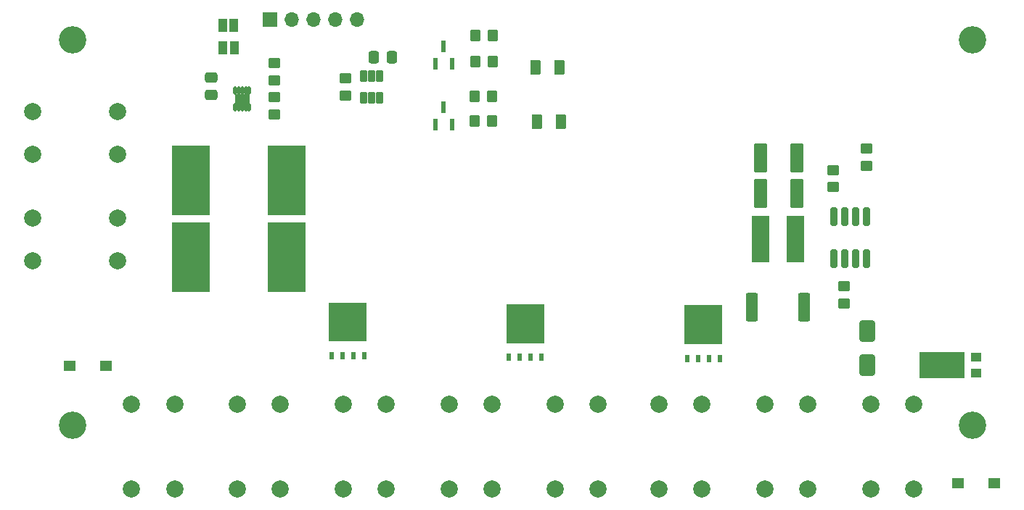
<source format=gbr>
%TF.GenerationSoftware,KiCad,Pcbnew,7.0.2-0*%
%TF.CreationDate,2024-06-30T17:20:26-07:00*%
%TF.ProjectId,Robosub_Power,526f626f-7375-4625-9f50-6f7765722e6b,rev?*%
%TF.SameCoordinates,Original*%
%TF.FileFunction,Soldermask,Top*%
%TF.FilePolarity,Negative*%
%FSLAX46Y46*%
G04 Gerber Fmt 4.6, Leading zero omitted, Abs format (unit mm)*
G04 Created by KiCad (PCBNEW 7.0.2-0) date 2024-06-30 17:20:26*
%MOMM*%
%LPD*%
G01*
G04 APERTURE LIST*
G04 Aperture macros list*
%AMRoundRect*
0 Rectangle with rounded corners*
0 $1 Rounding radius*
0 $2 $3 $4 $5 $6 $7 $8 $9 X,Y pos of 4 corners*
0 Add a 4 corners polygon primitive as box body*
4,1,4,$2,$3,$4,$5,$6,$7,$8,$9,$2,$3,0*
0 Add four circle primitives for the rounded corners*
1,1,$1+$1,$2,$3*
1,1,$1+$1,$4,$5*
1,1,$1+$1,$6,$7*
1,1,$1+$1,$8,$9*
0 Add four rect primitives between the rounded corners*
20,1,$1+$1,$2,$3,$4,$5,0*
20,1,$1+$1,$4,$5,$6,$7,0*
20,1,$1+$1,$6,$7,$8,$9,0*
20,1,$1+$1,$8,$9,$2,$3,0*%
G04 Aperture macros list end*
%ADD10C,2.004000*%
%ADD11RoundRect,0.250000X0.375000X0.625000X-0.375000X0.625000X-0.375000X-0.625000X0.375000X-0.625000X0*%
%ADD12R,1.000000X1.500000*%
%ADD13RoundRect,0.102000X0.110000X-0.380000X0.110000X0.380000X-0.110000X0.380000X-0.110000X-0.380000X0*%
%ADD14RoundRect,0.102000X0.750000X-0.450000X0.750000X0.450000X-0.750000X0.450000X-0.750000X-0.450000X0*%
%ADD15R,0.499999X0.850011*%
%ADD16R,0.599999X0.799998*%
%ADD17RoundRect,0.381000X0.381000X-0.762000X0.381000X0.762000X-0.381000X0.762000X-0.381000X-0.762000X0*%
%ADD18RoundRect,0.250000X-0.450000X0.350000X-0.450000X-0.350000X0.450000X-0.350000X0.450000X0.350000X0*%
%ADD19R,2.057400X5.511800*%
%ADD20R,0.558800X1.320800*%
%ADD21RoundRect,0.250000X0.350000X0.450000X-0.350000X0.450000X-0.350000X-0.450000X0.350000X-0.450000X0*%
%ADD22RoundRect,0.250000X-0.537500X-1.450000X0.537500X-1.450000X0.537500X1.450000X-0.537500X1.450000X0*%
%ADD23RoundRect,0.144000X-0.258000X0.943000X-0.258000X-0.943000X0.258000X-0.943000X0.258000X0.943000X0*%
%ADD24RoundRect,0.250000X-0.650000X1.000000X-0.650000X-1.000000X0.650000X-1.000000X0.650000X1.000000X0*%
%ADD25RoundRect,0.142600X0.249400X-0.564400X0.249400X0.564400X-0.249400X0.564400X-0.249400X-0.564400X0*%
%ADD26C,3.200000*%
%ADD27RoundRect,0.250000X0.450000X-0.350000X0.450000X0.350000X-0.450000X0.350000X-0.450000X-0.350000X0*%
%ADD28RoundRect,0.249999X-0.450001X-1.425001X0.450001X-1.425001X0.450001X1.425001X-0.450001X1.425001X0*%
%ADD29R,1.397000X1.219200*%
%ADD30RoundRect,0.250000X-0.337500X-0.475000X0.337500X-0.475000X0.337500X0.475000X-0.337500X0.475000X0*%
%ADD31R,4.445000X8.128000*%
%ADD32R,1.700000X1.700000*%
%ADD33O,1.700000X1.700000*%
%ADD34R,1.143000X0.990600*%
%ADD35R,5.207000X3.098800*%
%ADD36RoundRect,0.250000X-0.475000X0.337500X-0.475000X-0.337500X0.475000X-0.337500X0.475000X0.337500X0*%
G04 APERTURE END LIST*
%TO.C,U4*%
G36*
X244810001Y-173250001D02*
G01*
X240400001Y-173250001D01*
X240400001Y-168700001D01*
X244809999Y-168700001D01*
X244810001Y-173250001D01*
G37*
%TO.C,U6*%
G36*
X286300001Y-173550001D02*
G01*
X281890001Y-173550001D01*
X281890001Y-169000001D01*
X286299999Y-169000001D01*
X286300001Y-173550001D01*
G37*
%TO.C,U5*%
G36*
X265505001Y-173425500D02*
G01*
X261095001Y-173425500D01*
X261095001Y-168875500D01*
X265504999Y-168875500D01*
X265505001Y-173425500D01*
G37*
%TD*%
D10*
%TO.C,J6*%
X271800000Y-190517500D03*
X271800000Y-180617500D03*
X266800000Y-190517500D03*
X266800000Y-180617500D03*
%TD*%
D11*
%TO.C,D3*%
X267500000Y-147600000D03*
X264700000Y-147600000D03*
%TD*%
D10*
%TO.C,J2*%
X205882500Y-151400000D03*
X215782500Y-151400000D03*
X205882500Y-146400000D03*
X215782500Y-146400000D03*
%TD*%
D12*
%TO.C,JP5*%
X228000000Y-136300000D03*
X229300000Y-136300000D03*
%TD*%
D10*
%TO.C,J8*%
X247100000Y-190517500D03*
X247100000Y-180617500D03*
X242100000Y-190517500D03*
X242100000Y-180617500D03*
%TD*%
D13*
%TO.C,U1*%
X229500000Y-145900000D03*
X229900000Y-145900000D03*
X230300000Y-145900000D03*
X230700000Y-145900000D03*
X231100000Y-145900000D03*
X231100000Y-143930000D03*
X230700000Y-143930000D03*
X230300000Y-143930000D03*
X229900000Y-143930000D03*
X229500000Y-143930000D03*
D14*
X230300000Y-144915000D03*
%TD*%
D11*
%TO.C,D2*%
X267300000Y-141200000D03*
X264500000Y-141200000D03*
%TD*%
D10*
%TO.C,J9*%
X234750000Y-190517500D03*
X234750000Y-180617500D03*
X229750000Y-190517500D03*
X229750000Y-180617500D03*
%TD*%
D15*
%TO.C,U4*%
X240700000Y-174924002D03*
X241970000Y-174924002D03*
X243240000Y-174924002D03*
X244510000Y-174924002D03*
D16*
X244510000Y-169100000D03*
X243240000Y-169100000D03*
X241970000Y-169100000D03*
X240700000Y-169100000D03*
D17*
X241182600Y-172075301D03*
X244027400Y-172075301D03*
%TD*%
D18*
%TO.C,R6*%
X300500000Y-166800000D03*
X300500000Y-168800000D03*
%TD*%
D19*
%TO.C,L1*%
X294819300Y-161300000D03*
X290780700Y-161300000D03*
%TD*%
D10*
%TO.C,J5*%
X283900000Y-190517500D03*
X283900000Y-180617500D03*
X278900000Y-190517500D03*
X278900000Y-180617500D03*
%TD*%
D20*
%TO.C,U7*%
X252847500Y-140816000D03*
X254752500Y-140816000D03*
X253800000Y-138784000D03*
%TD*%
D21*
%TO.C,R11*%
X259400000Y-147500000D03*
X257400000Y-147500000D03*
%TD*%
D22*
%TO.C,C3*%
X290762500Y-155900000D03*
X295037500Y-155900000D03*
%TD*%
D23*
%TO.C,U3*%
X303105000Y-158625000D03*
X301835000Y-158625000D03*
X300565000Y-158625000D03*
X299295000Y-158625000D03*
X299295000Y-163575000D03*
X300565000Y-163575000D03*
X301835000Y-163575000D03*
X303105000Y-163575000D03*
%TD*%
D21*
%TO.C,R7*%
X259500000Y-137500000D03*
X257500000Y-137500000D03*
%TD*%
D24*
%TO.C,D1*%
X303200000Y-172000000D03*
X303200000Y-176000000D03*
%TD*%
D25*
%TO.C,U2*%
X244450000Y-144755000D03*
X245400000Y-144755000D03*
X246350000Y-144755000D03*
X246350000Y-142245000D03*
X245400000Y-142245000D03*
X244450000Y-142245000D03*
%TD*%
D26*
%TO.C,H3*%
X315500000Y-183000000D03*
%TD*%
D10*
%TO.C,J1*%
X205882500Y-163800000D03*
X215782500Y-163800000D03*
X205882500Y-158800000D03*
X215782500Y-158800000D03*
%TD*%
D26*
%TO.C,H2*%
X315500000Y-138000000D03*
%TD*%
D27*
%TO.C,R2*%
X234000000Y-146700000D03*
X234000000Y-144700000D03*
%TD*%
D15*
%TO.C,U6*%
X282190000Y-175224002D03*
X283460000Y-175224002D03*
X284730000Y-175224002D03*
X286000000Y-175224002D03*
D16*
X286000000Y-169400000D03*
X284730000Y-169400000D03*
X283460000Y-169400000D03*
X282190000Y-169400000D03*
D17*
X282672600Y-172375301D03*
X285517400Y-172375301D03*
%TD*%
D28*
%TO.C,R9*%
X289750000Y-169200000D03*
X295850000Y-169200000D03*
%TD*%
D29*
%TO.C,C5*%
X313791800Y-189800000D03*
X318008200Y-189800000D03*
%TD*%
D12*
%TO.C,JP4*%
X229350000Y-138900000D03*
X228050000Y-138900000D03*
%TD*%
D30*
%TO.C,C2*%
X245662500Y-140000000D03*
X247737500Y-140000000D03*
%TD*%
D31*
%TO.C,WSLP59312L000FEA_2*%
X235513400Y-154400000D03*
X224286600Y-154400000D03*
%TD*%
D26*
%TO.C,H4*%
X210500000Y-183000000D03*
%TD*%
D15*
%TO.C,U5*%
X261395000Y-175099501D03*
X262665000Y-175099501D03*
X263935000Y-175099501D03*
X265205000Y-175099501D03*
D16*
X265205000Y-169275499D03*
X263935000Y-169275499D03*
X262665000Y-169275499D03*
X261395000Y-169275499D03*
D17*
X261877600Y-172250800D03*
X264722400Y-172250800D03*
%TD*%
D10*
%TO.C,J7*%
X259450000Y-190517500D03*
X259450000Y-180617500D03*
X254450000Y-190517500D03*
X254450000Y-180617500D03*
%TD*%
D21*
%TO.C,R10*%
X259500000Y-140500000D03*
X257500000Y-140500000D03*
%TD*%
%TO.C,R8*%
X259400000Y-144600000D03*
X257400000Y-144600000D03*
%TD*%
D32*
%TO.C,J11*%
X233500000Y-135600000D03*
D33*
X236040000Y-135600000D03*
X238580000Y-135600000D03*
X241120000Y-135600000D03*
X243660000Y-135600000D03*
%TD*%
D34*
%TO.C,CR1*%
X315900000Y-176940002D03*
X315900000Y-175100000D03*
D35*
X311912200Y-176020001D03*
%TD*%
D18*
%TO.C,R3*%
X242300000Y-142500000D03*
X242300000Y-144500000D03*
%TD*%
D10*
%TO.C,J3*%
X308600000Y-190517500D03*
X308600000Y-180617500D03*
X303600000Y-190517500D03*
X303600000Y-180617500D03*
%TD*%
D20*
%TO.C,U8*%
X252847500Y-147932000D03*
X254752500Y-147932000D03*
X253800000Y-145900000D03*
%TD*%
D10*
%TO.C,J10*%
X222400000Y-190517500D03*
X222400000Y-180617500D03*
X217400000Y-190517500D03*
X217400000Y-180617500D03*
%TD*%
D22*
%TO.C,C4*%
X290762500Y-151800000D03*
X295037500Y-151800000D03*
%TD*%
D29*
%TO.C,C6*%
X214408200Y-176100000D03*
X210191800Y-176100000D03*
%TD*%
D36*
%TO.C,C1*%
X226700000Y-142362500D03*
X226700000Y-144437500D03*
%TD*%
D31*
%TO.C,WSLP59312L000FEA_1*%
X235513400Y-163400000D03*
X224286600Y-163400000D03*
%TD*%
D18*
%TO.C,R1*%
X234000000Y-140700000D03*
X234000000Y-142700000D03*
%TD*%
D26*
%TO.C,H1*%
X210500000Y-138000000D03*
%TD*%
D27*
%TO.C,R5*%
X299200000Y-155200000D03*
X299200000Y-153200000D03*
%TD*%
D10*
%TO.C,J4*%
X296250000Y-190517500D03*
X296250000Y-180617500D03*
X291250000Y-190517500D03*
X291250000Y-180617500D03*
%TD*%
D18*
%TO.C,R4*%
X303100000Y-150700000D03*
X303100000Y-152700000D03*
%TD*%
M02*

</source>
